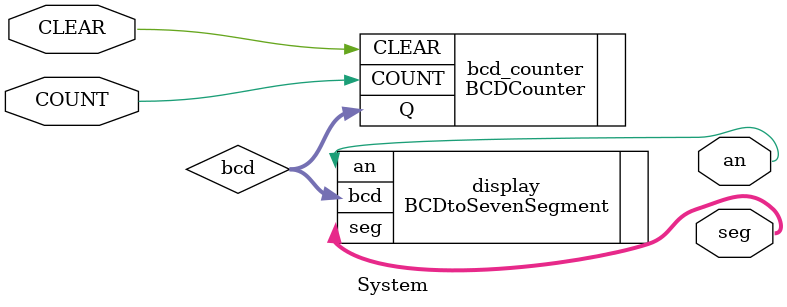
<source format=v>
`timescale 1ns / 1ps


module System (
    input COUNT,
    input CLEAR,
    output [6:0] seg,
    output an
);
    wire [3:0] bcd;

    BCDCounter bcd_counter (
        .COUNT(COUNT),
        .CLEAR(CLEAR),
        .Q(bcd)
    );

    BCDtoSevenSegment display (
        .bcd(bcd),
        .seg(seg),
        .an(an)
    );
endmodule


</source>
